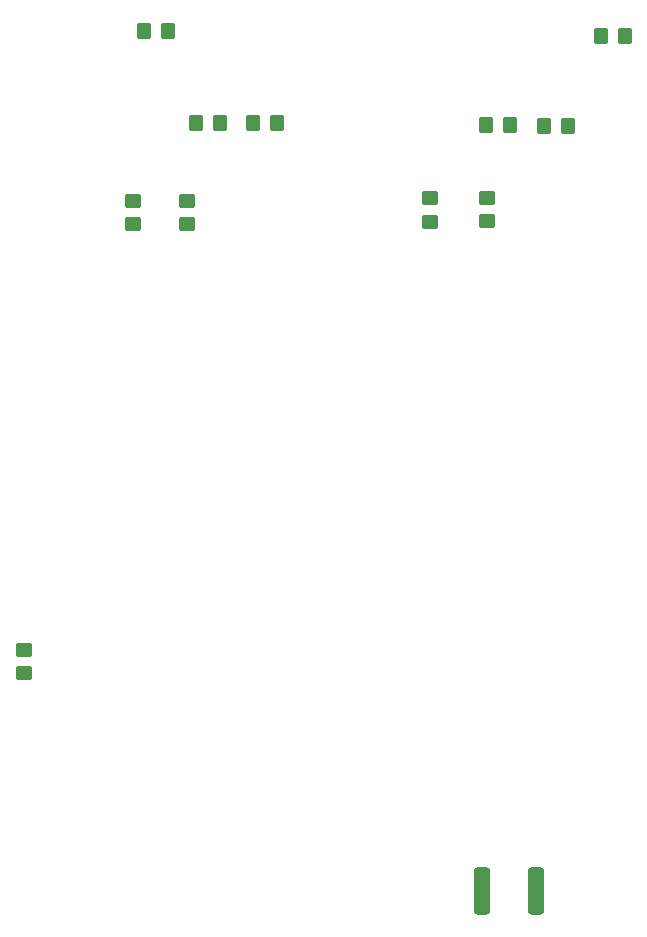
<source format=gbr>
%TF.GenerationSoftware,KiCad,Pcbnew,7.0.2*%
%TF.CreationDate,2023-04-27T19:49:05+02:00*%
%TF.ProjectId,CherrycountPCB,43686572-7279-4636-9f75-6e745043422e,rev?*%
%TF.SameCoordinates,Original*%
%TF.FileFunction,Paste,Top*%
%TF.FilePolarity,Positive*%
%FSLAX46Y46*%
G04 Gerber Fmt 4.6, Leading zero omitted, Abs format (unit mm)*
G04 Created by KiCad (PCBNEW 7.0.2) date 2023-04-27 19:49:05*
%MOMM*%
%LPD*%
G01*
G04 APERTURE LIST*
G04 Aperture macros list*
%AMRoundRect*
0 Rectangle with rounded corners*
0 $1 Rounding radius*
0 $2 $3 $4 $5 $6 $7 $8 $9 X,Y pos of 4 corners*
0 Add a 4 corners polygon primitive as box body*
4,1,4,$2,$3,$4,$5,$6,$7,$8,$9,$2,$3,0*
0 Add four circle primitives for the rounded corners*
1,1,$1+$1,$2,$3*
1,1,$1+$1,$4,$5*
1,1,$1+$1,$6,$7*
1,1,$1+$1,$8,$9*
0 Add four rect primitives between the rounded corners*
20,1,$1+$1,$2,$3,$4,$5,0*
20,1,$1+$1,$4,$5,$6,$7,0*
20,1,$1+$1,$6,$7,$8,$9,0*
20,1,$1+$1,$8,$9,$2,$3,0*%
G04 Aperture macros list end*
%ADD10RoundRect,0.250000X-0.350000X-0.450000X0.350000X-0.450000X0.350000X0.450000X-0.350000X0.450000X0*%
%ADD11RoundRect,0.250000X-0.450000X0.350000X-0.450000X-0.350000X0.450000X-0.350000X0.450000X0.350000X0*%
%ADD12RoundRect,0.249750X-0.425250X-1.750250X0.425250X-1.750250X0.425250X1.750250X-0.425250X1.750250X0*%
%ADD13RoundRect,0.250000X0.450000X-0.350000X0.450000X0.350000X-0.450000X0.350000X-0.450000X-0.350000X0*%
%ADD14RoundRect,0.250000X0.350000X0.450000X-0.350000X0.450000X-0.350000X-0.450000X0.350000X-0.450000X0*%
G04 APERTURE END LIST*
D10*
%TO.C,R9*%
X143176000Y-63818000D03*
X145176000Y-63818000D03*
%TD*%
%TO.C,R8*%
X133412000Y-71417000D03*
X135412000Y-71417000D03*
%TD*%
D11*
%TO.C,R2*%
X108092000Y-77788000D03*
X108092000Y-79788000D03*
%TD*%
D10*
%TO.C,R3*%
X108886000Y-71184000D03*
X110886000Y-71184000D03*
%TD*%
D11*
%TO.C,R1*%
X103520000Y-77788000D03*
X103520000Y-79788000D03*
%TD*%
D12*
%TO.C,F1*%
X133110000Y-136250000D03*
X137610000Y-136250000D03*
%TD*%
D13*
%TO.C,R11*%
X94270000Y-117800000D03*
X94270000Y-115800000D03*
%TD*%
D11*
%TO.C,R7*%
X128666000Y-77566000D03*
X128666000Y-79566000D03*
%TD*%
%TO.C,R6*%
X133492000Y-77534000D03*
X133492000Y-79534000D03*
%TD*%
D10*
%TO.C,R5*%
X138350000Y-71438000D03*
X140350000Y-71438000D03*
%TD*%
%TO.C,R4*%
X113712000Y-71184000D03*
X115712000Y-71184000D03*
%TD*%
D14*
%TO.C,R10*%
X106452000Y-63417000D03*
X104452000Y-63417000D03*
%TD*%
M02*

</source>
